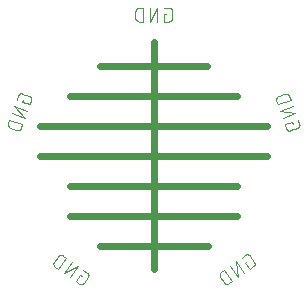
<source format=gbr>
G04 EAGLE Gerber RS-274X export*
G75*
%MOMM*%
%FSLAX34Y34*%
%LPD*%
%INSilkscreen Bottom*%
%IPPOS*%
%AMOC8*
5,1,8,0,0,1.08239X$1,22.5*%
G01*
%ADD10C,0.101600*%
%ADD11C,0.609600*%


D10*
X357094Y466149D02*
X355146Y466149D01*
X355146Y459658D01*
X359041Y459658D01*
X359140Y459660D01*
X359240Y459666D01*
X359339Y459675D01*
X359437Y459688D01*
X359535Y459705D01*
X359633Y459726D01*
X359729Y459751D01*
X359824Y459779D01*
X359918Y459811D01*
X360011Y459846D01*
X360103Y459885D01*
X360193Y459928D01*
X360281Y459973D01*
X360368Y460023D01*
X360452Y460075D01*
X360535Y460131D01*
X360615Y460189D01*
X360693Y460251D01*
X360768Y460316D01*
X360841Y460384D01*
X360911Y460454D01*
X360979Y460527D01*
X361044Y460602D01*
X361106Y460680D01*
X361164Y460760D01*
X361220Y460843D01*
X361272Y460927D01*
X361322Y461014D01*
X361367Y461102D01*
X361410Y461192D01*
X361449Y461284D01*
X361484Y461377D01*
X361516Y461471D01*
X361544Y461566D01*
X361569Y461662D01*
X361590Y461760D01*
X361607Y461858D01*
X361620Y461956D01*
X361629Y462055D01*
X361635Y462155D01*
X361637Y462254D01*
X361638Y462254D02*
X361638Y468746D01*
X361637Y468746D02*
X361635Y468845D01*
X361629Y468945D01*
X361620Y469044D01*
X361607Y469142D01*
X361590Y469240D01*
X361569Y469338D01*
X361544Y469434D01*
X361516Y469529D01*
X361484Y469623D01*
X361449Y469716D01*
X361410Y469808D01*
X361367Y469898D01*
X361322Y469986D01*
X361272Y470073D01*
X361220Y470157D01*
X361164Y470240D01*
X361106Y470320D01*
X361044Y470398D01*
X360979Y470473D01*
X360911Y470546D01*
X360841Y470616D01*
X360768Y470684D01*
X360693Y470749D01*
X360615Y470811D01*
X360535Y470869D01*
X360452Y470925D01*
X360368Y470977D01*
X360281Y471027D01*
X360193Y471072D01*
X360103Y471115D01*
X360011Y471154D01*
X359918Y471189D01*
X359824Y471221D01*
X359729Y471249D01*
X359633Y471274D01*
X359535Y471295D01*
X359437Y471312D01*
X359339Y471325D01*
X359240Y471334D01*
X359140Y471340D01*
X359041Y471342D01*
X355146Y471342D01*
X349446Y471342D02*
X349446Y459658D01*
X342954Y459658D02*
X349446Y471342D01*
X342954Y471342D02*
X342954Y459658D01*
X337254Y459658D02*
X337254Y471342D01*
X334008Y471342D01*
X333895Y471340D01*
X333782Y471334D01*
X333669Y471324D01*
X333556Y471310D01*
X333444Y471293D01*
X333333Y471271D01*
X333223Y471246D01*
X333113Y471216D01*
X333005Y471183D01*
X332898Y471146D01*
X332792Y471106D01*
X332688Y471061D01*
X332585Y471013D01*
X332484Y470962D01*
X332385Y470907D01*
X332288Y470849D01*
X332193Y470787D01*
X332100Y470722D01*
X332010Y470654D01*
X331922Y470583D01*
X331836Y470508D01*
X331753Y470431D01*
X331673Y470351D01*
X331596Y470268D01*
X331521Y470182D01*
X331450Y470094D01*
X331382Y470004D01*
X331317Y469911D01*
X331255Y469816D01*
X331197Y469719D01*
X331142Y469620D01*
X331091Y469519D01*
X331043Y469416D01*
X330998Y469312D01*
X330958Y469206D01*
X330921Y469099D01*
X330888Y468991D01*
X330858Y468881D01*
X330833Y468771D01*
X330811Y468660D01*
X330794Y468548D01*
X330780Y468435D01*
X330770Y468322D01*
X330764Y468209D01*
X330762Y468096D01*
X330762Y462904D01*
X330764Y462791D01*
X330770Y462678D01*
X330780Y462565D01*
X330794Y462452D01*
X330811Y462340D01*
X330833Y462229D01*
X330858Y462119D01*
X330888Y462009D01*
X330921Y461901D01*
X330958Y461794D01*
X330998Y461688D01*
X331043Y461584D01*
X331091Y461481D01*
X331142Y461380D01*
X331197Y461281D01*
X331255Y461184D01*
X331317Y461089D01*
X331382Y460996D01*
X331450Y460906D01*
X331521Y460818D01*
X331596Y460732D01*
X331673Y460649D01*
X331753Y460569D01*
X331836Y460492D01*
X331922Y460417D01*
X332010Y460346D01*
X332100Y460278D01*
X332193Y460213D01*
X332288Y460151D01*
X332385Y460093D01*
X332484Y460038D01*
X332585Y459987D01*
X332688Y459939D01*
X332792Y459894D01*
X332898Y459854D01*
X333005Y459817D01*
X333113Y459784D01*
X333223Y459754D01*
X333333Y459729D01*
X333444Y459707D01*
X333556Y459690D01*
X333669Y459676D01*
X333782Y459666D01*
X333895Y459660D01*
X334008Y459658D01*
X337254Y459658D01*
X463370Y374915D02*
X464036Y373085D01*
X463370Y374915D02*
X457270Y372695D01*
X458602Y369035D01*
X458603Y369035D02*
X458638Y368942D01*
X458678Y368851D01*
X458720Y368761D01*
X458767Y368673D01*
X458816Y368587D01*
X458869Y368503D01*
X458925Y368420D01*
X458984Y368340D01*
X459046Y368263D01*
X459111Y368188D01*
X459179Y368115D01*
X459250Y368045D01*
X459323Y367978D01*
X459399Y367913D01*
X459477Y367852D01*
X459558Y367793D01*
X459640Y367738D01*
X459725Y367686D01*
X459812Y367637D01*
X459900Y367592D01*
X459990Y367550D01*
X460082Y367511D01*
X460175Y367476D01*
X460269Y367445D01*
X460365Y367417D01*
X460461Y367393D01*
X460559Y367372D01*
X460657Y367356D01*
X460755Y367343D01*
X460854Y367334D01*
X460954Y367329D01*
X461053Y367327D01*
X461153Y367329D01*
X461252Y367335D01*
X461351Y367345D01*
X461449Y367359D01*
X461547Y367377D01*
X461644Y367398D01*
X461741Y367423D01*
X461836Y367451D01*
X461930Y367484D01*
X461930Y367483D02*
X468030Y369703D01*
X468030Y369704D02*
X468123Y369739D01*
X468214Y369779D01*
X468304Y369821D01*
X468392Y369868D01*
X468478Y369917D01*
X468562Y369970D01*
X468645Y370026D01*
X468725Y370085D01*
X468802Y370147D01*
X468877Y370212D01*
X468950Y370280D01*
X469020Y370351D01*
X469087Y370424D01*
X469152Y370500D01*
X469213Y370578D01*
X469272Y370659D01*
X469327Y370741D01*
X469379Y370826D01*
X469428Y370913D01*
X469473Y371001D01*
X469515Y371091D01*
X469554Y371183D01*
X469589Y371276D01*
X469620Y371370D01*
X469648Y371466D01*
X469672Y371562D01*
X469693Y371660D01*
X469709Y371758D01*
X469722Y371856D01*
X469731Y371955D01*
X469736Y372055D01*
X469738Y372154D01*
X469736Y372253D01*
X469730Y372353D01*
X469720Y372452D01*
X469706Y372550D01*
X469688Y372648D01*
X469667Y372745D01*
X469642Y372842D01*
X469614Y372937D01*
X469581Y373031D01*
X469582Y373031D02*
X468250Y376691D01*
X466300Y382048D02*
X455320Y378052D01*
X453100Y384152D02*
X466300Y382048D01*
X464080Y388148D02*
X453100Y384152D01*
X451151Y389509D02*
X462130Y393505D01*
X461020Y396555D01*
X460980Y396661D01*
X460935Y396765D01*
X460887Y396868D01*
X460836Y396969D01*
X460781Y397068D01*
X460723Y397165D01*
X460661Y397260D01*
X460596Y397353D01*
X460528Y397443D01*
X460457Y397531D01*
X460382Y397617D01*
X460305Y397700D01*
X460225Y397780D01*
X460142Y397857D01*
X460056Y397932D01*
X459968Y398003D01*
X459878Y398071D01*
X459785Y398136D01*
X459690Y398198D01*
X459593Y398256D01*
X459494Y398311D01*
X459393Y398362D01*
X459290Y398410D01*
X459186Y398455D01*
X459080Y398495D01*
X458973Y398532D01*
X458865Y398565D01*
X458755Y398595D01*
X458645Y398620D01*
X458534Y398642D01*
X458422Y398659D01*
X458309Y398673D01*
X458196Y398683D01*
X458083Y398689D01*
X457970Y398691D01*
X457857Y398689D01*
X457744Y398683D01*
X457631Y398673D01*
X457518Y398659D01*
X457406Y398642D01*
X457295Y398620D01*
X457185Y398595D01*
X457075Y398565D01*
X456967Y398532D01*
X456860Y398495D01*
X456860Y398494D02*
X451980Y396718D01*
X451980Y396719D02*
X451874Y396679D01*
X451770Y396634D01*
X451667Y396586D01*
X451566Y396535D01*
X451467Y396480D01*
X451370Y396422D01*
X451275Y396360D01*
X451182Y396295D01*
X451092Y396227D01*
X451004Y396156D01*
X450918Y396081D01*
X450835Y396004D01*
X450755Y395924D01*
X450678Y395841D01*
X450603Y395755D01*
X450532Y395667D01*
X450464Y395577D01*
X450399Y395484D01*
X450337Y395389D01*
X450279Y395292D01*
X450224Y395193D01*
X450173Y395092D01*
X450125Y394989D01*
X450080Y394885D01*
X450040Y394779D01*
X450003Y394672D01*
X449970Y394564D01*
X449940Y394454D01*
X449915Y394344D01*
X449893Y394233D01*
X449876Y394121D01*
X449862Y394008D01*
X449852Y393895D01*
X449846Y393782D01*
X449844Y393669D01*
X449846Y393556D01*
X449852Y393443D01*
X449862Y393330D01*
X449876Y393217D01*
X449893Y393105D01*
X449915Y392994D01*
X449940Y392884D01*
X449970Y392774D01*
X450003Y392666D01*
X450040Y392559D01*
X450041Y392559D02*
X451151Y389509D01*
X425359Y256734D02*
X423764Y255617D01*
X427487Y250300D01*
X430678Y252534D01*
X430677Y252534D02*
X430757Y252593D01*
X430835Y252655D01*
X430911Y252719D01*
X430984Y252787D01*
X431055Y252857D01*
X431122Y252930D01*
X431187Y253005D01*
X431249Y253083D01*
X431308Y253163D01*
X431364Y253245D01*
X431417Y253330D01*
X431466Y253416D01*
X431512Y253504D01*
X431555Y253594D01*
X431594Y253685D01*
X431629Y253778D01*
X431661Y253872D01*
X431690Y253968D01*
X431714Y254064D01*
X431735Y254161D01*
X431753Y254259D01*
X431766Y254358D01*
X431776Y254457D01*
X431782Y254556D01*
X431784Y254655D01*
X431782Y254755D01*
X431777Y254854D01*
X431767Y254953D01*
X431754Y255052D01*
X431738Y255150D01*
X431717Y255247D01*
X431693Y255344D01*
X431665Y255439D01*
X431633Y255533D01*
X431598Y255626D01*
X431559Y255718D01*
X431517Y255808D01*
X431471Y255896D01*
X431422Y255983D01*
X431370Y256067D01*
X431315Y256150D01*
X427592Y261467D01*
X427533Y261547D01*
X427471Y261625D01*
X427407Y261701D01*
X427339Y261774D01*
X427269Y261845D01*
X427196Y261912D01*
X427121Y261977D01*
X427043Y262039D01*
X426963Y262098D01*
X426881Y262154D01*
X426796Y262207D01*
X426710Y262256D01*
X426622Y262302D01*
X426532Y262345D01*
X426441Y262384D01*
X426348Y262419D01*
X426254Y262451D01*
X426158Y262480D01*
X426062Y262504D01*
X425965Y262525D01*
X425867Y262543D01*
X425768Y262556D01*
X425669Y262566D01*
X425570Y262572D01*
X425471Y262574D01*
X425371Y262572D01*
X425272Y262567D01*
X425173Y262558D01*
X425074Y262544D01*
X424976Y262528D01*
X424879Y262507D01*
X424782Y262483D01*
X424687Y262455D01*
X424593Y262423D01*
X424500Y262388D01*
X424408Y262349D01*
X424318Y262307D01*
X424230Y262261D01*
X424143Y262212D01*
X424059Y262160D01*
X423976Y262105D01*
X420786Y259871D01*
X416116Y256601D02*
X422817Y247030D01*
X417500Y243307D02*
X416116Y256601D01*
X410799Y252878D02*
X417500Y243307D01*
X412830Y240037D02*
X406129Y249608D01*
X403470Y247746D01*
X403470Y247747D02*
X403379Y247680D01*
X403289Y247611D01*
X403202Y247538D01*
X403118Y247462D01*
X403037Y247383D01*
X402958Y247302D01*
X402882Y247218D01*
X402809Y247131D01*
X402740Y247042D01*
X402673Y246950D01*
X402610Y246856D01*
X402550Y246760D01*
X402493Y246662D01*
X402440Y246562D01*
X402390Y246460D01*
X402344Y246356D01*
X402302Y246251D01*
X402263Y246145D01*
X402228Y246037D01*
X402197Y245928D01*
X402169Y245818D01*
X402146Y245707D01*
X402126Y245596D01*
X402110Y245484D01*
X402098Y245371D01*
X402090Y245258D01*
X402086Y245145D01*
X402086Y245031D01*
X402090Y244918D01*
X402098Y244805D01*
X402110Y244692D01*
X402126Y244580D01*
X402146Y244469D01*
X402169Y244358D01*
X402197Y244248D01*
X402228Y244139D01*
X402263Y244031D01*
X402302Y243925D01*
X402344Y243820D01*
X402390Y243716D01*
X402440Y243614D01*
X402493Y243514D01*
X402550Y243416D01*
X402610Y243320D01*
X402673Y243226D01*
X405652Y238972D01*
X405651Y238972D02*
X405718Y238881D01*
X405787Y238791D01*
X405860Y238704D01*
X405936Y238620D01*
X406015Y238539D01*
X406096Y238460D01*
X406180Y238384D01*
X406267Y238311D01*
X406357Y238242D01*
X406448Y238175D01*
X406542Y238112D01*
X406638Y238052D01*
X406736Y237995D01*
X406836Y237942D01*
X406938Y237892D01*
X407042Y237846D01*
X407147Y237804D01*
X407253Y237765D01*
X407361Y237730D01*
X407470Y237699D01*
X407580Y237671D01*
X407691Y237648D01*
X407802Y237628D01*
X407914Y237612D01*
X408027Y237600D01*
X408140Y237592D01*
X408253Y237588D01*
X408367Y237588D01*
X408480Y237592D01*
X408593Y237600D01*
X408706Y237612D01*
X408818Y237628D01*
X408929Y237648D01*
X409040Y237671D01*
X409150Y237699D01*
X409259Y237730D01*
X409367Y237765D01*
X409473Y237804D01*
X409578Y237846D01*
X409682Y237892D01*
X409784Y237942D01*
X409884Y237995D01*
X409982Y238052D01*
X410078Y238112D01*
X410172Y238175D01*
X412830Y240037D01*
X285396Y243983D02*
X283801Y245100D01*
X280078Y239783D01*
X283268Y237549D01*
X283351Y237494D01*
X283435Y237442D01*
X283522Y237393D01*
X283610Y237347D01*
X283700Y237305D01*
X283792Y237266D01*
X283885Y237231D01*
X283979Y237199D01*
X284074Y237171D01*
X284171Y237147D01*
X284268Y237126D01*
X284366Y237110D01*
X284465Y237096D01*
X284564Y237087D01*
X284663Y237082D01*
X284763Y237080D01*
X284862Y237082D01*
X284961Y237088D01*
X285060Y237098D01*
X285159Y237111D01*
X285257Y237129D01*
X285354Y237150D01*
X285450Y237174D01*
X285546Y237203D01*
X285640Y237235D01*
X285733Y237270D01*
X285824Y237309D01*
X285914Y237352D01*
X286002Y237398D01*
X286088Y237447D01*
X286173Y237500D01*
X286255Y237556D01*
X286335Y237615D01*
X286413Y237677D01*
X286488Y237742D01*
X286561Y237809D01*
X286631Y237880D01*
X286699Y237953D01*
X286763Y238029D01*
X286825Y238107D01*
X286884Y238187D01*
X290607Y243504D01*
X290662Y243587D01*
X290714Y243671D01*
X290763Y243758D01*
X290809Y243846D01*
X290851Y243936D01*
X290890Y244028D01*
X290925Y244121D01*
X290957Y244215D01*
X290985Y244310D01*
X291009Y244407D01*
X291030Y244504D01*
X291046Y244602D01*
X291060Y244701D01*
X291069Y244800D01*
X291074Y244899D01*
X291076Y244999D01*
X291074Y245098D01*
X291068Y245197D01*
X291058Y245296D01*
X291045Y245395D01*
X291027Y245493D01*
X291006Y245590D01*
X290982Y245686D01*
X290953Y245782D01*
X290921Y245876D01*
X290886Y245969D01*
X290847Y246060D01*
X290804Y246150D01*
X290758Y246238D01*
X290709Y246324D01*
X290656Y246409D01*
X290600Y246491D01*
X290541Y246571D01*
X290479Y246649D01*
X290414Y246724D01*
X290347Y246797D01*
X290276Y246867D01*
X290203Y246935D01*
X290127Y246999D01*
X290049Y247061D01*
X289969Y247120D01*
X289970Y247120D02*
X286779Y249354D01*
X282110Y252624D02*
X275408Y243053D01*
X270091Y246776D02*
X282110Y252624D01*
X276792Y256347D02*
X270091Y246776D01*
X265421Y250046D02*
X272122Y259617D01*
X269464Y261478D01*
X269464Y261479D02*
X269370Y261542D01*
X269274Y261602D01*
X269176Y261659D01*
X269076Y261712D01*
X268974Y261762D01*
X268870Y261808D01*
X268765Y261850D01*
X268659Y261889D01*
X268551Y261924D01*
X268442Y261955D01*
X268332Y261983D01*
X268221Y262006D01*
X268110Y262026D01*
X267998Y262042D01*
X267885Y262054D01*
X267772Y262062D01*
X267659Y262066D01*
X267545Y262066D01*
X267432Y262062D01*
X267319Y262054D01*
X267206Y262042D01*
X267094Y262026D01*
X266983Y262006D01*
X266872Y261983D01*
X266762Y261955D01*
X266653Y261924D01*
X266545Y261889D01*
X266439Y261850D01*
X266334Y261808D01*
X266230Y261762D01*
X266128Y261712D01*
X266028Y261659D01*
X265930Y261602D01*
X265834Y261542D01*
X265740Y261479D01*
X265649Y261412D01*
X265559Y261343D01*
X265472Y261270D01*
X265388Y261194D01*
X265307Y261115D01*
X265228Y261034D01*
X265152Y260950D01*
X265079Y260863D01*
X265010Y260774D01*
X264943Y260682D01*
X264944Y260681D02*
X261965Y256428D01*
X261902Y256334D01*
X261842Y256238D01*
X261785Y256140D01*
X261732Y256040D01*
X261682Y255938D01*
X261636Y255834D01*
X261594Y255729D01*
X261555Y255623D01*
X261520Y255515D01*
X261489Y255406D01*
X261461Y255296D01*
X261438Y255185D01*
X261418Y255074D01*
X261402Y254962D01*
X261390Y254849D01*
X261382Y254736D01*
X261378Y254623D01*
X261378Y254509D01*
X261382Y254396D01*
X261390Y254283D01*
X261402Y254170D01*
X261418Y254058D01*
X261438Y253947D01*
X261461Y253836D01*
X261489Y253726D01*
X261520Y253617D01*
X261555Y253509D01*
X261594Y253403D01*
X261636Y253298D01*
X261682Y253194D01*
X261732Y253092D01*
X261785Y252992D01*
X261842Y252894D01*
X261902Y252798D01*
X261965Y252704D01*
X262032Y252612D01*
X262101Y252523D01*
X262174Y252436D01*
X262250Y252352D01*
X262329Y252271D01*
X262410Y252192D01*
X262494Y252116D01*
X262581Y252043D01*
X262671Y251974D01*
X262762Y251907D01*
X265421Y250046D01*
X235150Y391729D02*
X235816Y393559D01*
X235150Y391729D02*
X241250Y389509D01*
X242582Y393169D01*
X242581Y393169D02*
X242614Y393263D01*
X242642Y393358D01*
X242667Y393455D01*
X242688Y393552D01*
X242706Y393650D01*
X242720Y393748D01*
X242730Y393847D01*
X242736Y393947D01*
X242738Y394046D01*
X242736Y394145D01*
X242731Y394245D01*
X242722Y394344D01*
X242709Y394442D01*
X242693Y394540D01*
X242672Y394638D01*
X242648Y394734D01*
X242620Y394830D01*
X242589Y394924D01*
X242554Y395017D01*
X242515Y395109D01*
X242473Y395199D01*
X242428Y395287D01*
X242379Y395374D01*
X242327Y395459D01*
X242272Y395541D01*
X242213Y395622D01*
X242152Y395700D01*
X242087Y395776D01*
X242020Y395849D01*
X241950Y395920D01*
X241877Y395988D01*
X241802Y396053D01*
X241725Y396115D01*
X241645Y396174D01*
X241562Y396230D01*
X241478Y396283D01*
X241392Y396332D01*
X241304Y396379D01*
X241214Y396421D01*
X241123Y396461D01*
X241030Y396496D01*
X234930Y398716D01*
X234930Y398717D02*
X234836Y398750D01*
X234741Y398778D01*
X234644Y398803D01*
X234547Y398824D01*
X234449Y398842D01*
X234351Y398856D01*
X234252Y398866D01*
X234153Y398872D01*
X234053Y398874D01*
X233954Y398872D01*
X233854Y398867D01*
X233755Y398858D01*
X233657Y398845D01*
X233558Y398829D01*
X233461Y398808D01*
X233365Y398784D01*
X233269Y398756D01*
X233175Y398725D01*
X233081Y398690D01*
X232990Y398651D01*
X232900Y398609D01*
X232811Y398564D01*
X232724Y398515D01*
X232640Y398463D01*
X232557Y398408D01*
X232476Y398349D01*
X232398Y398288D01*
X232322Y398223D01*
X232249Y398156D01*
X232179Y398086D01*
X232111Y398013D01*
X232046Y397938D01*
X231983Y397860D01*
X231924Y397780D01*
X231868Y397698D01*
X231815Y397614D01*
X231766Y397527D01*
X231720Y397439D01*
X231677Y397349D01*
X231637Y397258D01*
X231602Y397165D01*
X230270Y393505D01*
X228320Y388148D02*
X239300Y384152D01*
X237080Y378052D02*
X228320Y388148D01*
X226100Y382048D02*
X237080Y378052D01*
X235130Y372695D02*
X224151Y376691D01*
X223041Y373641D01*
X223040Y373641D02*
X223003Y373534D01*
X222970Y373426D01*
X222940Y373316D01*
X222915Y373206D01*
X222893Y373095D01*
X222876Y372983D01*
X222862Y372870D01*
X222852Y372757D01*
X222846Y372644D01*
X222844Y372531D01*
X222846Y372418D01*
X222852Y372305D01*
X222862Y372192D01*
X222876Y372079D01*
X222893Y371967D01*
X222915Y371856D01*
X222940Y371746D01*
X222970Y371636D01*
X223003Y371528D01*
X223040Y371421D01*
X223080Y371315D01*
X223125Y371211D01*
X223173Y371108D01*
X223224Y371007D01*
X223279Y370908D01*
X223337Y370811D01*
X223399Y370716D01*
X223464Y370623D01*
X223532Y370533D01*
X223603Y370445D01*
X223678Y370359D01*
X223755Y370276D01*
X223835Y370196D01*
X223918Y370119D01*
X224004Y370044D01*
X224092Y369973D01*
X224182Y369905D01*
X224275Y369840D01*
X224370Y369778D01*
X224467Y369720D01*
X224566Y369665D01*
X224667Y369614D01*
X224770Y369566D01*
X224874Y369521D01*
X224980Y369481D01*
X229860Y367705D01*
X229860Y367706D02*
X229967Y367669D01*
X230076Y367636D01*
X230185Y367606D01*
X230295Y367581D01*
X230407Y367559D01*
X230518Y367542D01*
X230631Y367528D01*
X230744Y367518D01*
X230857Y367512D01*
X230970Y367510D01*
X231083Y367512D01*
X231196Y367518D01*
X231309Y367528D01*
X231422Y367542D01*
X231534Y367559D01*
X231645Y367581D01*
X231755Y367606D01*
X231864Y367636D01*
X231973Y367669D01*
X232080Y367706D01*
X232186Y367746D01*
X232290Y367791D01*
X232393Y367838D01*
X232493Y367890D01*
X232593Y367945D01*
X232690Y368003D01*
X232785Y368065D01*
X232877Y368130D01*
X232968Y368198D01*
X233056Y368269D01*
X233141Y368344D01*
X233224Y368421D01*
X233304Y368501D01*
X233382Y368584D01*
X233456Y368669D01*
X233527Y368757D01*
X233595Y368848D01*
X233660Y368940D01*
X233722Y369035D01*
X233780Y369133D01*
X233835Y369232D01*
X233887Y369333D01*
X233934Y369435D01*
X233979Y369539D01*
X234019Y369645D01*
X234020Y369645D02*
X235130Y372695D01*
D11*
X346202Y441960D02*
X346202Y250444D01*
X300990Y270002D02*
X392430Y270002D01*
X416560Y295402D02*
X275590Y295402D01*
X275590Y320802D02*
X416560Y320802D01*
X441960Y346202D02*
X250190Y346202D01*
X250190Y371602D02*
X441960Y371602D01*
X416560Y397002D02*
X275590Y397002D01*
X300990Y422402D02*
X391160Y422402D01*
M02*

</source>
